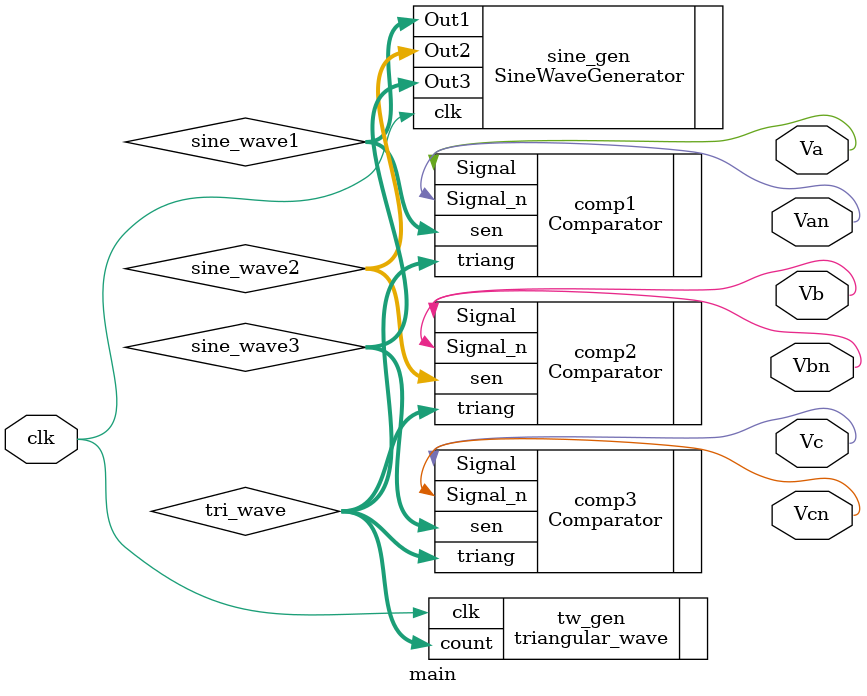
<source format=v>




module main (
    input wire clk,        // Clock input
    output wire Va,        // Output signal for phase A
	output wire Van,       // Output signal for phase A negado
    output wire Vb,        // Output signal for phase B
	output wire Vbn,       // Output signal for phase B negado
    output wire Vc,        // Output signal for phase C
	output wire Vcn        // Output signal for phase C negado
);

    // Internal signals
    wire [7:0] tri_wave;
    wire [7:0] sine_wave1, sine_wave2, sine_wave3;
    
    // Instantiate the triangular wave generator
    triangular_wave tw_gen (
        .clk(clk),
        .count(tri_wave)
    );

    // Instantiate the sine wave generator
    SineWaveGenerator sine_gen (
        .clk(clk),
        .Out1(sine_wave1),
        .Out2(sine_wave2),
        .Out3(sine_wave3)
    );

    // Instantiate the comparators
    Comparator comp1 (
        .sen(sine_wave1),
        .triang(tri_wave),
        .Signal(Va),
		.Signal_n(Van)
    );

    Comparator comp2 (
        .sen(sine_wave2),
        .triang(tri_wave),
        .Signal(Vb),
		.Signal_n(Vbn)
    );

    Comparator comp3 (
        .sen(sine_wave3),
        .triang(tri_wave),
        .Signal(Vc),
		.Signal_n(Vcn)
    );

endmodule

</source>
